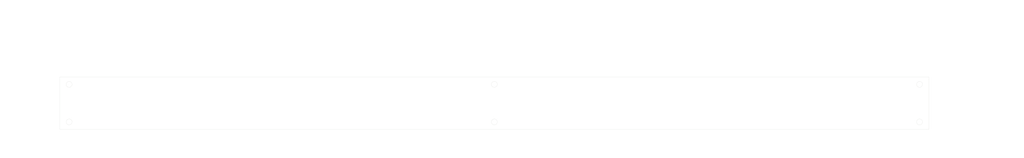
<source format=kicad_pcb>
(kicad_pcb (version 20171130) (host pcbnew "(5.1.8)-1")

  (general
    (thickness 1.6)
    (drawings 56)
    (tracks 0)
    (zones 0)
    (modules 0)
    (nets 1)
  )

  (page A3)
  (title_block
    (title "GL516 Combined Back plate Dimensional drawing")
    (date 2022-01-03)
  )

  (layers
    (0 F.Cu signal)
    (31 B.Cu signal)
    (32 B.Adhes user)
    (33 F.Adhes user)
    (34 B.Paste user)
    (35 F.Paste user)
    (36 B.SilkS user)
    (37 F.SilkS user)
    (38 B.Mask user)
    (39 F.Mask user)
    (40 Dwgs.User user)
    (41 Cmts.User user)
    (42 Eco1.User user)
    (43 Eco2.User user)
    (44 Edge.Cuts user)
    (45 Margin user)
    (46 B.CrtYd user)
    (47 F.CrtYd user)
    (48 B.Fab user)
    (49 F.Fab user)
  )

  (setup
    (last_trace_width 0.25)
    (trace_clearance 0.2)
    (zone_clearance 0.508)
    (zone_45_only no)
    (trace_min 0.2)
    (via_size 0.8)
    (via_drill 0.4)
    (via_min_size 0.4)
    (via_min_drill 0.3)
    (uvia_size 0.3)
    (uvia_drill 0.1)
    (uvias_allowed no)
    (uvia_min_size 0.2)
    (uvia_min_drill 0.1)
    (edge_width 0.05)
    (segment_width 0.2)
    (pcb_text_width 0.3)
    (pcb_text_size 1.5 1.5)
    (mod_edge_width 0.12)
    (mod_text_size 1 1)
    (mod_text_width 0.15)
    (pad_size 1.524 1.524)
    (pad_drill 0.762)
    (pad_to_mask_clearance 0)
    (aux_axis_origin 0 0)
    (visible_elements 7FFFFFFF)
    (pcbplotparams
      (layerselection 0x010fc_ffffffff)
      (usegerberextensions false)
      (usegerberattributes true)
      (usegerberadvancedattributes true)
      (creategerberjobfile true)
      (excludeedgelayer true)
      (linewidth 0.100000)
      (plotframeref false)
      (viasonmask false)
      (mode 1)
      (useauxorigin false)
      (hpglpennumber 1)
      (hpglpenspeed 20)
      (hpglpendiameter 15.000000)
      (psnegative false)
      (psa4output false)
      (plotreference true)
      (plotvalue true)
      (plotinvisibletext false)
      (padsonsilk false)
      (subtractmaskfromsilk false)
      (outputformat 1)
      (mirror false)
      (drillshape 1)
      (scaleselection 1)
      (outputdirectory ""))
  )

  (net 0 "")

  (net_class Default "This is the default net class."
    (clearance 0.2)
    (trace_width 0.25)
    (via_dia 0.8)
    (via_drill 0.4)
    (uvia_dia 0.3)
    (uvia_drill 0.1)
  )

  (dimension 2 (width 0.15) (layer Eco1.User)
    (gr_text "2.000 mm" (at 375.1 147.1) (layer Eco1.User)
      (effects (font (size 2 2) (thickness 0.2)) (justify left))
    )
    (feature1 (pts (xy 318.35 148.6) (xy 373.336421 148.6)))
    (feature2 (pts (xy 318.35 146.6) (xy 373.336421 146.6)))
    (crossbar (pts (xy 372.75 146.6) (xy 372.75 148.6)))
    (arrow1a (pts (xy 372.75 148.6) (xy 372.163579 147.473496)))
    (arrow1b (pts (xy 372.75 148.6) (xy 373.336421 147.473496)))
    (arrow2a (pts (xy 372.75 146.6) (xy 372.163579 147.726504)))
    (arrow2b (pts (xy 372.75 146.6) (xy 373.336421 147.726504)))
  )
  (dimension 0.8 (width 0.15) (layer Eco1.User)
    (gr_text "0.800 mm" (at 375.1 151) (layer Eco1.User)
      (effects (font (size 2 2) (thickness 0.2)) (justify left))
    )
    (feature1 (pts (xy 356.15 149.4) (xy 373.336421 149.4)))
    (feature2 (pts (xy 356.15 148.6) (xy 373.336421 148.6)))
    (crossbar (pts (xy 372.75 148.6) (xy 372.75 149.4)))
    (arrow1a (pts (xy 372.75 149.4) (xy 372.163579 148.273496)))
    (arrow1b (pts (xy 372.75 149.4) (xy 373.336421 148.273496)))
    (arrow2a (pts (xy 372.75 148.6) (xy 372.163579 149.726504)))
    (arrow2b (pts (xy 372.75 148.6) (xy 373.336421 149.726504)))
  )
  (dimension 2.8 (width 0.15) (layer Eco1.User)
    (gr_text "2.800 mm" (at 375.1 131.4) (layer Eco1.User)
      (effects (font (size 2 2) (thickness 0.2)) (justify left))
    )
    (feature1 (pts (xy 356.15 130) (xy 373.336421 130)))
    (feature2 (pts (xy 356.15 132.8) (xy 373.336421 132.8)))
    (crossbar (pts (xy 372.75 132.8) (xy 372.75 130)))
    (arrow1a (pts (xy 372.75 130) (xy 373.336421 131.126504)))
    (arrow1b (pts (xy 372.75 130) (xy 372.163579 131.126504)))
    (arrow2a (pts (xy 372.75 132.8) (xy 373.336421 131.673496)))
    (arrow2b (pts (xy 372.75 132.8) (xy 372.163579 131.673496)))
  )
  (gr_line (start 377.75 120) (end 365.027935 131.922065) (layer Eco1.User) (width 0.15))
  (gr_line (start 377.75 120) (end 392.75 120) (layer Eco1.User) (width 0.15))
  (gr_text 6-Φ2.2 (at 378.75 118.5) (layer Eco1.User)
    (effects (font (size 2 2) (thickness 0.2)) (justify left))
  )
  (dimension 13.8 (width 0.15) (layer Eco1.User)
    (gr_text "13.800 mm" (at 375.1 139.7) (layer Eco1.User)
      (effects (font (size 2 2) (thickness 0.2)) (justify left))
    )
    (feature1 (pts (xy 318.35 132.8) (xy 373.336421 132.8)))
    (feature2 (pts (xy 318.35 146.6) (xy 373.336421 146.6)))
    (crossbar (pts (xy 372.75 146.6) (xy 372.75 132.8)))
    (arrow1a (pts (xy 372.75 132.8) (xy 373.336421 133.926504)))
    (arrow1b (pts (xy 372.75 132.8) (xy 372.163579 133.926504)))
    (arrow2a (pts (xy 372.75 146.6) (xy 373.336421 145.473496)))
    (arrow2b (pts (xy 372.75 146.6) (xy 372.163579 145.473496)))
  )
  (dimension 3.5 (width 0.15) (layer Eco1.User)
    (gr_text "3.500 mm" (at 366 161.75 90) (layer Eco1.User)
      (effects (font (size 2 2) (thickness 0.2)) (justify right))
    )
    (feature1 (pts (xy 364.25 149.4) (xy 364.25 159.986421)))
    (feature2 (pts (xy 367.75 149.4) (xy 367.75 159.986421)))
    (crossbar (pts (xy 367.75 159.4) (xy 364.25 159.4)))
    (arrow1a (pts (xy 364.25 159.4) (xy 365.376504 158.813579)))
    (arrow1b (pts (xy 364.25 159.4) (xy 365.376504 159.986421)))
    (arrow2a (pts (xy 367.75 159.4) (xy 366.623496 158.813579)))
    (arrow2b (pts (xy 367.75 159.4) (xy 366.623496 159.986421)))
  )
  (dimension 3.5 (width 0.15) (layer Eco1.User)
    (gr_text "3.500 mm" (at 46.75 161.75 90) (layer Eco1.User)
      (effects (font (size 2 2) (thickness 0.2)) (justify right))
    )
    (feature1 (pts (xy 48.5 149.4) (xy 48.5 159.986421)))
    (feature2 (pts (xy 45 149.4) (xy 45 159.986421)))
    (crossbar (pts (xy 45 159.4) (xy 48.5 159.4)))
    (arrow1a (pts (xy 48.5 159.4) (xy 47.373496 159.986421)))
    (arrow1b (pts (xy 48.5 159.4) (xy 47.373496 158.813579)))
    (arrow2a (pts (xy 45 159.4) (xy 46.126504 159.986421)))
    (arrow2b (pts (xy 45 159.4) (xy 46.126504 158.813579)))
  )
  (dimension 2.7 (width 0.15) (layer Eco1.User)
    (gr_text "2.700 mm" (at 37.65 148.05) (layer Eco1.User)
      (effects (font (size 2 2) (thickness 0.2)) (justify right))
    )
    (feature1 (pts (xy 45 146.7) (xy 39.413579 146.7)))
    (feature2 (pts (xy 45 149.4) (xy 39.413579 149.4)))
    (crossbar (pts (xy 40 149.4) (xy 40 146.7)))
    (arrow1a (pts (xy 40 146.7) (xy 40.586421 147.826504)))
    (arrow1b (pts (xy 40 146.7) (xy 39.413579 147.826504)))
    (arrow2a (pts (xy 40 149.4) (xy 40.586421 148.273496)))
    (arrow2b (pts (xy 40 149.4) (xy 39.413579 148.273496)))
  )
  (dimension 2.7 (width 0.15) (layer Eco1.User)
    (gr_text "2.700 mm" (at 37.65 131.35) (layer Eco1.User)
      (effects (font (size 2 2) (thickness 0.2)) (justify right))
    )
    (feature1 (pts (xy 45 132.7) (xy 39.413579 132.7)))
    (feature2 (pts (xy 45 130) (xy 39.413579 130)))
    (crossbar (pts (xy 40 130) (xy 40 132.7)))
    (arrow1a (pts (xy 40 132.7) (xy 39.413579 131.573496)))
    (arrow1b (pts (xy 40 132.7) (xy 40.586421 131.573496)))
    (arrow2a (pts (xy 40 130) (xy 39.413579 131.126504)))
    (arrow2b (pts (xy 40 130) (xy 40.586421 131.126504)))
  )
  (dimension 39.8 (width 0.15) (layer Eco1.User)
    (gr_text "39.800 mm" (at 339.25 156.75) (layer Eco1.User)
      (effects (font (size 2 2) (thickness 0.2)))
    )
    (feature1 (pts (xy 359.15 147.6) (xy 359.15 154.986421)))
    (feature2 (pts (xy 319.35 147.6) (xy 319.35 154.986421)))
    (crossbar (pts (xy 319.35 154.4) (xy 359.15 154.4)))
    (arrow1a (pts (xy 359.15 154.4) (xy 358.023496 154.986421)))
    (arrow1b (pts (xy 359.15 154.4) (xy 358.023496 153.813579)))
    (arrow2a (pts (xy 319.35 154.4) (xy 320.476504 154.986421)))
    (arrow2b (pts (xy 319.35 154.4) (xy 320.476504 153.813579)))
  )
  (dimension 225.95 (width 0.15) (layer Eco1.User)
    (gr_text "225.950 mm" (at 206.375 156.75) (layer Eco1.User)
      (effects (font (size 2 2) (thickness 0.2)))
    )
    (feature1 (pts (xy 319.35 147.6) (xy 319.35 154.986421)))
    (feature2 (pts (xy 93.4 147.6) (xy 93.4 154.986421)))
    (crossbar (pts (xy 93.4 154.4) (xy 319.35 154.4)))
    (arrow1a (pts (xy 319.35 154.4) (xy 318.223496 154.986421)))
    (arrow1b (pts (xy 319.35 154.4) (xy 318.223496 153.813579)))
    (arrow2a (pts (xy 93.4 154.4) (xy 94.526504 154.986421)))
    (arrow2b (pts (xy 93.4 154.4) (xy 94.526504 153.813579)))
  )
  (dimension 39.8 (width 0.15) (layer Eco1.User)
    (gr_text "39.800 mm" (at 73.5 156.75) (layer Eco1.User)
      (effects (font (size 2 2) (thickness 0.2)))
    )
    (feature1 (pts (xy 53.6 147.6) (xy 53.6 154.986421)))
    (feature2 (pts (xy 93.4 147.6) (xy 93.4 154.986421)))
    (crossbar (pts (xy 93.4 154.4) (xy 53.6 154.4)))
    (arrow1a (pts (xy 53.6 154.4) (xy 54.726504 153.813579)))
    (arrow1b (pts (xy 53.6 154.4) (xy 54.726504 154.986421)))
    (arrow2a (pts (xy 93.4 154.4) (xy 92.273496 153.813579)))
    (arrow2b (pts (xy 93.4 154.4) (xy 92.273496 154.986421)))
  )
  (dimension 157.875 (width 0.15) (layer Eco1.User)
    (gr_text "157.875 mm" (at 285.3125 161.75) (layer Eco1.User)
      (effects (font (size 2 2) (thickness 0.2)))
    )
    (feature1 (pts (xy 364.25 146.7) (xy 364.25 159.986421)))
    (feature2 (pts (xy 206.375 146.7) (xy 206.375 159.986421)))
    (crossbar (pts (xy 206.375 159.4) (xy 364.25 159.4)))
    (arrow1a (pts (xy 364.25 159.4) (xy 363.123496 159.986421)))
    (arrow1b (pts (xy 364.25 159.4) (xy 363.123496 158.813579)))
    (arrow2a (pts (xy 206.375 159.4) (xy 207.501504 159.986421)))
    (arrow2b (pts (xy 206.375 159.4) (xy 207.501504 158.813579)))
  )
  (dimension 157.875 (width 0.15) (layer Eco1.User)
    (gr_text "157.875 mm" (at 127.4375 161.75) (layer Eco1.User)
      (effects (font (size 2 2) (thickness 0.2)))
    )
    (feature1 (pts (xy 206.375 146.7) (xy 206.375 159.986421)))
    (feature2 (pts (xy 48.5 146.7) (xy 48.5 159.986421)))
    (crossbar (pts (xy 48.5 159.4) (xy 206.375 159.4)))
    (arrow1a (pts (xy 206.375 159.4) (xy 205.248496 159.986421)))
    (arrow1b (pts (xy 206.375 159.4) (xy 205.248496 158.813579)))
    (arrow2a (pts (xy 48.5 159.4) (xy 49.626504 159.986421)))
    (arrow2b (pts (xy 48.5 159.4) (xy 49.626504 158.813579)))
  )
  (dimension 8.6 (width 0.15) (layer Eco1.User)
    (gr_text "8.600 mm" (at 363.45 122.65 -90) (layer Eco1.User)
      (effects (font (size 2 2) (thickness 0.2)) (justify right))
    )
    (feature1 (pts (xy 359.15 130) (xy 359.15 124.413579)))
    (feature2 (pts (xy 367.75 130) (xy 367.75 124.413579)))
    (crossbar (pts (xy 367.75 125) (xy 359.15 125)))
    (arrow1a (pts (xy 359.15 125) (xy 360.276504 124.413579)))
    (arrow1b (pts (xy 359.15 125) (xy 360.276504 125.586421)))
    (arrow2a (pts (xy 367.75 125) (xy 366.623496 124.413579)))
    (arrow2b (pts (xy 367.75 125) (xy 366.623496 125.586421)))
  )
  (dimension 8.6 (width 0.15) (layer Eco1.User)
    (gr_text "8.600 mm" (at 49.3 122.65 -90) (layer Eco1.User)
      (effects (font (size 2 2) (thickness 0.2)) (justify right))
    )
    (feature1 (pts (xy 53.6 130) (xy 53.6 124.413579)))
    (feature2 (pts (xy 45 130) (xy 45 124.413579)))
    (crossbar (pts (xy 45 125) (xy 53.6 125)))
    (arrow1a (pts (xy 53.6 125) (xy 52.473496 125.586421)))
    (arrow1b (pts (xy 53.6 125) (xy 52.473496 124.413579)))
    (arrow2a (pts (xy 45 125) (xy 46.126504 125.586421)))
    (arrow2b (pts (xy 45 125) (xy 46.126504 124.413579)))
  )
  (dimension 14 (width 0.15) (layer Eco1.User)
    (gr_text "14.000 mm" (at 37.65 139.7) (layer Eco1.User)
      (effects (font (size 2 2) (thickness 0.2)) (justify right))
    )
    (feature1 (pts (xy 48.5 132.7) (xy 39.413579 132.7)))
    (feature2 (pts (xy 48.5 146.7) (xy 39.413579 146.7)))
    (crossbar (pts (xy 40 146.7) (xy 40 132.7)))
    (arrow1a (pts (xy 40 132.7) (xy 40.586421 133.826504)))
    (arrow1b (pts (xy 40 132.7) (xy 39.413579 133.826504)))
    (arrow2a (pts (xy 40 146.7) (xy 40.586421 145.573496)))
    (arrow2b (pts (xy 40 146.7) (xy 39.413579 145.573496)))
  )
  (gr_arc (start 209.839102 134.7) (end 209.839102 132.8) (angle -60) (layer F.CrtYd) (width 0.05) (tstamp 61D2EA18))
  (gr_arc (start 206.375 132.7) (end 204.556346 133.75) (angle -120.0000178) (layer F.CrtYd) (width 0.05) (tstamp 61D2EA17))
  (gr_arc (start 202.910898 134.7) (end 202.910898 132.8) (angle 60) (layer F.CrtYd) (width 0.05) (tstamp 61D2EA16))
  (gr_arc (start 94.4 147.6) (end 93.4 147.6) (angle 90) (layer F.CrtYd) (width 0.05) (tstamp 61D2E98D))
  (gr_line (start 92.4 148.6) (end 56.6 148.6) (layer F.CrtYd) (width 0.05) (tstamp 61D2E98C))
  (gr_arc (start 92.4 147.6) (end 93.4 147.6) (angle 90) (layer F.CrtYd) (width 0.05) (tstamp 61D2E98B))
  (gr_arc (start 318.35 147.6) (end 319.35 147.6) (angle -90) (layer F.CrtYd) (width 0.05))
  (gr_arc (start 320.35 147.6) (end 319.35 147.6) (angle -90) (layer F.CrtYd) (width 0.05))
  (gr_line (start 320.35 148.6) (end 356.15 148.6) (layer F.CrtYd) (width 0.05) (tstamp 61D2E937))
  (gr_circle (center 364.25 146.7) (end 365.35 146.7) (layer Edge.Cuts) (width 0.05) (tstamp 61D14A8B))
  (gr_circle (center 206.375 146.7) (end 207.475 146.7) (layer Edge.Cuts) (width 0.05) (tstamp 61D14A8B))
  (gr_circle (center 48.5 146.7) (end 49.6 146.7) (layer Edge.Cuts) (width 0.05) (tstamp 61D14A8B))
  (gr_circle (center 364.25 132.7) (end 365.35 132.7) (layer Edge.Cuts) (width 0.05) (tstamp 61D14A8B))
  (gr_circle (center 206.375 132.7) (end 207.475 132.7) (layer Edge.Cuts) (width 0.05) (tstamp 61D14A8B))
  (gr_circle (center 48.5 132.7) (end 49.6 132.7) (layer Edge.Cuts) (width 0.05))
  (dimension 9.8 (width 0.15) (layer Eco1.User)
    (gr_text "9.800 mm" (at 213.725 139.7) (layer Eco1.User)
      (effects (font (size 2 2) (thickness 0.2)) (justify left))
    )
    (feature1 (pts (xy 206.375 144.6) (xy 211.961421 144.6)))
    (feature2 (pts (xy 206.375 134.8) (xy 211.961421 134.8)))
    (crossbar (pts (xy 211.375 134.8) (xy 211.375 144.6)))
    (arrow1a (pts (xy 211.375 144.6) (xy 210.788579 143.473496)))
    (arrow1b (pts (xy 211.375 144.6) (xy 211.961421 143.473496)))
    (arrow2a (pts (xy 211.375 134.8) (xy 210.788579 135.926504)))
    (arrow2b (pts (xy 211.375 134.8) (xy 211.961421 135.926504)))
  )
  (gr_arc (start 209.839102 144.7) (end 209.839102 146.6) (angle 60) (layer F.CrtYd) (width 0.05) (tstamp 61D2E9EE))
  (gr_arc (start 202.910898 144.7) (end 202.910898 146.6) (angle -60) (layer F.CrtYd) (width 0.05) (tstamp 61D19B72))
  (gr_arc (start 206.375 146.7) (end 208.193654 145.65) (angle -120.0000178) (layer F.CrtYd) (width 0.05) (tstamp 61D19B71))
  (dimension 15.8 (width 0.15) (layer Eco1.User)
    (gr_text "15.800 mm" (at 395.1 140.7 270) (layer Eco1.User)
      (effects (font (size 2 2) (thickness 0.2)))
    )
    (feature1 (pts (xy 356.15 148.6) (xy 393.336421 148.6)))
    (feature2 (pts (xy 356.15 132.8) (xy 393.336421 132.8)))
    (crossbar (pts (xy 392.75 132.8) (xy 392.75 148.6)))
    (arrow1a (pts (xy 392.75 148.6) (xy 392.163579 147.473496)))
    (arrow1b (pts (xy 392.75 148.6) (xy 393.336421 147.473496)))
    (arrow2a (pts (xy 392.75 132.8) (xy 392.163579 133.926504)))
    (arrow2b (pts (xy 392.75 132.8) (xy 393.336421 133.926504)))
  )
  (dimension 19.4 (width 0.15) (layer Eco1.User)
    (gr_text "19.400 mm" (at 400.1 139.7 270) (layer Eco1.User)
      (effects (font (size 2 2) (thickness 0.2)))
    )
    (feature1 (pts (xy 367.75 149.4) (xy 398.336421 149.4)))
    (feature2 (pts (xy 367.75 130) (xy 398.336421 130)))
    (crossbar (pts (xy 397.75 130) (xy 397.75 149.4)))
    (arrow1a (pts (xy 397.75 149.4) (xy 397.163579 148.273496)))
    (arrow1b (pts (xy 397.75 149.4) (xy 398.336421 148.273496)))
    (arrow2a (pts (xy 397.75 130) (xy 397.163579 131.126504)))
    (arrow2b (pts (xy 397.75 130) (xy 398.336421 131.126504)))
  )
  (dimension 305.55 (width 0.15) (layer Eco1.User)
    (gr_text "305.550 mm" (at 206.375 122.65) (layer Eco1.User)
      (effects (font (size 2 2) (thickness 0.2)))
    )
    (feature1 (pts (xy 359.15 135.8) (xy 359.15 124.413579)))
    (feature2 (pts (xy 53.6 135.8) (xy 53.6 124.413579)))
    (crossbar (pts (xy 53.6 125) (xy 359.15 125)))
    (arrow1a (pts (xy 359.15 125) (xy 358.023496 125.586421)))
    (arrow1b (pts (xy 359.15 125) (xy 358.023496 124.413579)))
    (arrow2a (pts (xy 53.6 125) (xy 54.726504 125.586421)))
    (arrow2b (pts (xy 53.6 125) (xy 54.726504 124.413579)))
  )
  (dimension 322.75 (width 0.15) (layer Eco1.User)
    (gr_text "322.750 mm" (at 206.375 102.65) (layer Eco1.User)
      (effects (font (size 2 2) (thickness 0.2)))
    )
    (feature1 (pts (xy 367.75 130) (xy 367.75 104.413579)))
    (feature2 (pts (xy 45 130) (xy 45 104.413579)))
    (crossbar (pts (xy 45 105) (xy 367.75 105)))
    (arrow1a (pts (xy 367.75 105) (xy 366.623496 105.586421)))
    (arrow1b (pts (xy 367.75 105) (xy 366.623496 104.413579)))
    (arrow2a (pts (xy 45 105) (xy 46.126504 105.586421)))
    (arrow2b (pts (xy 45 105) (xy 46.126504 104.413579)))
  )
  (gr_arc (start 56.6 135.8) (end 56.6 132.8) (angle -90) (layer F.CrtYd) (width 0.05) (tstamp 61D19ABB))
  (gr_arc (start 56.6 145.6) (end 53.6 145.6) (angle -90) (layer F.CrtYd) (width 0.05) (tstamp 61D19ABB))
  (gr_arc (start 356.15 145.6) (end 356.15 148.6) (angle -90) (layer F.CrtYd) (width 0.05) (tstamp 61D19ABB))
  (gr_arc (start 356.15 135.8) (end 359.15 135.8) (angle -90) (layer F.CrtYd) (width 0.05))
  (gr_line (start 356.15 132.8) (end 209.839102 132.8) (layer F.CrtYd) (width 0.05) (tstamp 61D19AB2))
  (gr_line (start 56.6 132.8) (end 202.910898 132.8) (layer F.CrtYd) (width 0.05) (tstamp 61D19AB1))
  (gr_line (start 202.910898 146.6) (end 94.4 146.6) (layer F.CrtYd) (width 0.05))
  (gr_line (start 53.6 145.6) (end 53.6 135.8) (layer F.CrtYd) (width 0.05))
  (gr_line (start 318.35 146.6) (end 209.839102 146.6) (layer F.CrtYd) (width 0.05))
  (gr_line (start 359.15 135.8) (end 359.15 145.6) (layer F.CrtYd) (width 0.05))
  (gr_line (start 45 149.4) (end 45 130) (layer Edge.Cuts) (width 0.05) (tstamp 61D12D2A))
  (gr_line (start 367.75 149.4) (end 45 149.4) (layer Edge.Cuts) (width 0.05))
  (gr_line (start 367.75 130) (end 367.75 149.4) (layer Edge.Cuts) (width 0.05))
  (gr_line (start 45 130) (end 367.75 130) (layer Edge.Cuts) (width 0.05))

)

</source>
